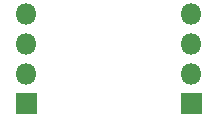
<source format=gbr>
%TF.GenerationSoftware,KiCad,Pcbnew,5.1.8-db9833491~87~ubuntu20.04.1*%
%TF.CreationDate,2020-11-21T16:44:56+09:00*%
%TF.ProjectId,ICM-42688-P_breakout,49434d2d-3432-4363-9838-2d505f627265,V1.0.0*%
%TF.SameCoordinates,Original*%
%TF.FileFunction,Soldermask,Bot*%
%TF.FilePolarity,Negative*%
%FSLAX46Y46*%
G04 Gerber Fmt 4.6, Leading zero omitted, Abs format (unit mm)*
G04 Created by KiCad (PCBNEW 5.1.8-db9833491~87~ubuntu20.04.1) date 2020-11-21 16:44:56*
%MOMM*%
%LPD*%
G01*
G04 APERTURE LIST*
%ADD10O,1.800000X1.800000*%
G04 APERTURE END LIST*
D10*
%TO.C,J2*%
X142875000Y-86995000D03*
X142875000Y-89535000D03*
X142875000Y-92075000D03*
G36*
G01*
X143775000Y-93765000D02*
X143775000Y-95465000D01*
G75*
G02*
X143725000Y-95515000I-50000J0D01*
G01*
X142025000Y-95515000D01*
G75*
G02*
X141975000Y-95465000I0J50000D01*
G01*
X141975000Y-93765000D01*
G75*
G02*
X142025000Y-93715000I50000J0D01*
G01*
X143725000Y-93715000D01*
G75*
G02*
X143775000Y-93765000I0J-50000D01*
G01*
G37*
%TD*%
%TO.C,J1*%
X128905000Y-86995000D03*
X128905000Y-89535000D03*
X128905000Y-92075000D03*
G36*
G01*
X129805000Y-93765000D02*
X129805000Y-95465000D01*
G75*
G02*
X129755000Y-95515000I-50000J0D01*
G01*
X128055000Y-95515000D01*
G75*
G02*
X128005000Y-95465000I0J50000D01*
G01*
X128005000Y-93765000D01*
G75*
G02*
X128055000Y-93715000I50000J0D01*
G01*
X129755000Y-93715000D01*
G75*
G02*
X129805000Y-93765000I0J-50000D01*
G01*
G37*
%TD*%
M02*

</source>
